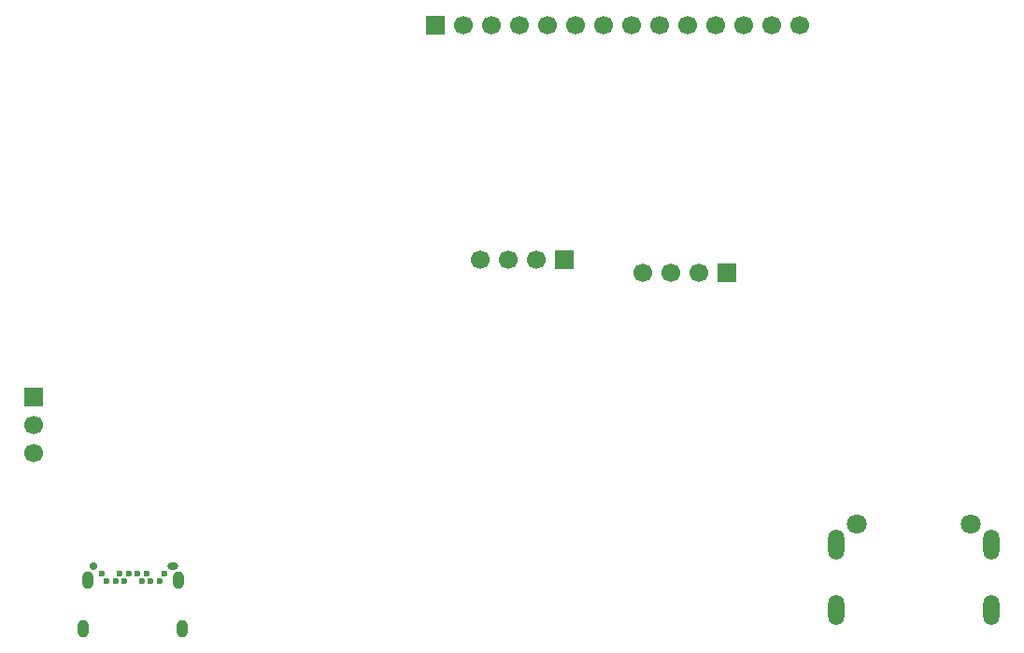
<source format=gbr>
%TF.GenerationSoftware,KiCad,Pcbnew,9.0.1*%
%TF.CreationDate,2025-04-19T19:30:10+02:00*%
%TF.ProjectId,opendtu,6f70656e-6474-4752-9e6b-696361645f70,rev?*%
%TF.SameCoordinates,Original*%
%TF.FileFunction,Soldermask,Bot*%
%TF.FilePolarity,Negative*%
%FSLAX46Y46*%
G04 Gerber Fmt 4.6, Leading zero omitted, Abs format (unit mm)*
G04 Created by KiCad (PCBNEW 9.0.1) date 2025-04-19 19:30:10*
%MOMM*%
%LPD*%
G01*
G04 APERTURE LIST*
%ADD10C,0.700025*%
%ADD11O,1.000000X0.700000*%
%ADD12O,1.000000X1.600000*%
%ADD13C,0.600000*%
%ADD14R,1.700000X1.700000*%
%ADD15C,1.700000*%
%ADD16C,1.800000*%
%ADD17O,1.450013X2.750013*%
G04 APERTURE END LIST*
D10*
%TO.C,U10*%
X84649936Y-126586068D03*
D11*
X91849936Y-126586146D03*
D12*
X83759969Y-132225895D03*
X84119888Y-127835750D03*
X92379984Y-127835750D03*
X92739903Y-132225895D03*
D13*
X91050038Y-127235801D03*
X90649987Y-127935827D03*
X89849885Y-127935827D03*
X89449834Y-127235801D03*
X89050038Y-127935827D03*
X88649987Y-127235801D03*
X87850139Y-127235801D03*
X87450088Y-127935827D03*
X87050038Y-127235801D03*
X86649987Y-127935827D03*
X85849885Y-127935827D03*
X85449834Y-127235801D03*
%TD*%
D14*
%TO.C,J2*%
X142080000Y-100000000D03*
D15*
X139540000Y-100000000D03*
X137000000Y-100000000D03*
X134460000Y-100000000D03*
%TD*%
D14*
%TO.C,J1*%
X127290000Y-98750000D03*
D15*
X124750000Y-98750000D03*
X122210000Y-98750000D03*
X119670000Y-98750000D03*
%TD*%
D16*
%TO.C,U14*%
X153800102Y-122750191D03*
X164200152Y-122750191D03*
D17*
X166050038Y-124650114D03*
X151949962Y-124650114D03*
X166050038Y-130550038D03*
X151949962Y-130550038D03*
%TD*%
D14*
%TO.C,J3*%
X115680000Y-77500000D03*
D15*
X118220000Y-77500000D03*
X120760000Y-77500000D03*
X123300000Y-77500000D03*
X125840000Y-77500000D03*
X128380000Y-77500000D03*
X130920000Y-77500000D03*
X133460000Y-77500000D03*
X136000000Y-77500000D03*
X138540000Y-77500000D03*
X141080000Y-77500000D03*
X143620000Y-77500000D03*
X146160000Y-77500000D03*
X148700000Y-77500000D03*
%TD*%
D14*
%TO.C,J4*%
X79250000Y-111210000D03*
D15*
X79250000Y-113750000D03*
X79250000Y-116290000D03*
%TD*%
M02*

</source>
